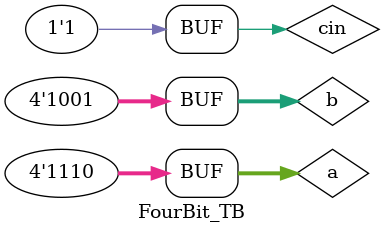
<source format=v>

module full_adder(a,b,cin,s,cout);
input a,b,cin;
output s,cout;
xor(w,a,b);
and(c1,a,b);
xor(s,w,cin);
and(c2,cin,w);
or(cout,c1,c2);
endmodule
module adder_subtractor(a,b,cin,s,cout);
input [3:0]a,b;
input cin;
output [3:0] s;
output cout;
wire [3:0] w,c;
xor(w[0],cin,b[0]);
xor(w[1],cin,b[1]);
xor(w[2],cin,b[2]);
xor(w[3],cin,b[3]);
full_adder fa0(a[0],w[0],cin,s[0],c[0]);
full_adder fa1(a[1],w[1],c[0],s[1],c[1]);
full_adder fa2(a[2],w[2],c[1],s[2],c[2]);
full_adder fa3(a[3],w[3],c[2],s[3],cout);
endmodule

module FourBit_TB();
reg [3:0] a,b;
reg cin;
wire [3:0] s;
wire cout;
adder_subtractor as(a,b,cin,s,cout);
initial begin
#0 a=4'd3;b=4'd5;cin=1'b0;
#100 a=4'd10;b=4'd5;
#100 a=4'd12;b=4'd15;
#100 a=4'd15;b=4'd5;cin=1'b1;
#100 a=4'd14;b=4'd9;
end
endmodule



</source>
